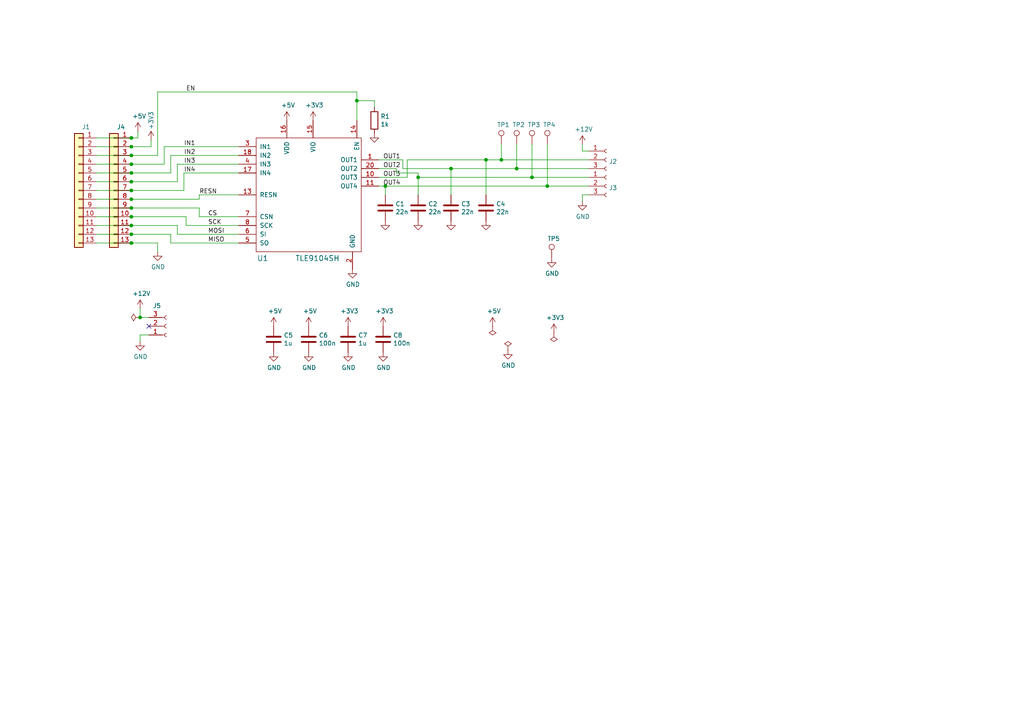
<source format=kicad_sch>
(kicad_sch (version 20230121) (generator eeschema)
  (paper "A4")
  (lib_symbols
    (symbol "Connector:Conn_01x03_Female" (pin_names (offset 1.016) hide)
      (property "Reference" "J" (at 0 5.08 0))
      (property "Value" "Conn_01x03_Female" (at 0 -5.08 0))
      (symbol "Conn_01x03_Female_1_1"
        (arc (start 0 -2.032) (mid -0.5058 -2.54) (end 0 -3.048) (stroke (width 0.1524)))
        (polyline (pts (xy -1.27 -2.54) (xy -0.508 -2.54)) (stroke (width 0.1524)))
        (polyline (pts (xy -1.27 0) (xy -0.508 0)) (stroke (width 0.1524)))
        (polyline (pts (xy -1.27 2.54) (xy -0.508 2.54)) (stroke (width 0.1524)))
        (arc (start 0 0.508) (mid -0.5058 0) (end 0 -0.508) (stroke (width 0.1524)))
        (arc (start 0 3.048) (mid -0.5058 2.54) (end 0 2.032) (stroke (width 0.1524)))
        (pin passive line (at -5.08 2.54 0) (length 3.81) (name "Pin_1") (number "1"))
        (pin passive line (at -5.08 0 0) (length 3.81) (name "Pin_2") (number "2"))
        (pin passive line (at -5.08 -2.54 0) (length 3.81) (name "Pin_3") (number "3"))
      )
    )
    (symbol "Connector:TestPoint" (pin_numbers hide) (pin_names (offset 0.762) hide)
      (property "Reference" "TP" (at 0 6.858 0))
      (property "Value" "TestPoint" (at 0 5.08 0))
      (symbol "TestPoint_0_1"
        (circle (center 0 3.302) (radius 0.762))
      )
      (symbol "TestPoint_1_1"
        (pin passive line (at 0 0 90) (length 2.54) (name "1") (number "1"))
      )
    )
    (symbol "Connector_Generic:Conn_01x13" (pin_names (offset 1.016) hide)
      (property "Reference" "J" (at 0 17.78 0))
      (property "Value" "Conn_01x13" (at 0 -17.78 0))
      (symbol "Conn_01x13_1_1"
        (rectangle (start -1.27 -15.113) (end 0 -15.367) (stroke (width 0.1524)))
        (rectangle (start -1.27 -12.573) (end 0 -12.827) (stroke (width 0.1524)))
        (rectangle (start -1.27 -10.033) (end 0 -10.287) (stroke (width 0.1524)))
        (rectangle (start -1.27 -7.493) (end 0 -7.747) (stroke (width 0.1524)))
        (rectangle (start -1.27 -4.953) (end 0 -5.207) (stroke (width 0.1524)))
        (rectangle (start -1.27 -2.413) (end 0 -2.667) (stroke (width 0.1524)))
        (rectangle (start -1.27 0.127) (end 0 -0.127) (stroke (width 0.1524)))
        (rectangle (start -1.27 2.667) (end 0 2.413) (stroke (width 0.1524)))
        (rectangle (start -1.27 5.207) (end 0 4.953) (stroke (width 0.1524)))
        (rectangle (start -1.27 7.747) (end 0 7.493) (stroke (width 0.1524)))
        (rectangle (start -1.27 10.287) (end 0 10.033) (stroke (width 0.1524)))
        (rectangle (start -1.27 12.827) (end 0 12.573) (stroke (width 0.1524)))
        (rectangle (start -1.27 15.367) (end 0 15.113) (stroke (width 0.1524)))
        (rectangle (start -1.27 16.51) (end 1.27 -16.51) (stroke (width 0.254)) (fill (type background)))
        (pin passive line (at -5.08 15.24 0) (length 3.81) (name "Pin_1") (number "1"))
        (pin passive line (at -5.08 -7.62 0) (length 3.81) (name "Pin_10") (number "10"))
        (pin passive line (at -5.08 -10.16 0) (length 3.81) (name "Pin_11") (number "11"))
        (pin passive line (at -5.08 -12.7 0) (length 3.81) (name "Pin_12") (number "12"))
        (pin passive line (at -5.08 -15.24 0) (length 3.81) (name "Pin_13") (number "13"))
        (pin passive line (at -5.08 12.7 0) (length 3.81) (name "Pin_2") (number "2"))
        (pin passive line (at -5.08 10.16 0) (length 3.81) (name "Pin_3") (number "3"))
        (pin passive line (at -5.08 7.62 0) (length 3.81) (name "Pin_4") (number "4"))
        (pin passive line (at -5.08 5.08 0) (length 3.81) (name "Pin_5") (number "5"))
        (pin passive line (at -5.08 2.54 0) (length 3.81) (name "Pin_6") (number "6"))
        (pin passive line (at -5.08 0 0) (length 3.81) (name "Pin_7") (number "7"))
        (pin passive line (at -5.08 -2.54 0) (length 3.81) (name "Pin_8") (number "8"))
        (pin passive line (at -5.08 -5.08 0) (length 3.81) (name "Pin_9") (number "9"))
      )
    )
    (symbol "Device:C" (pin_numbers hide) (pin_names (offset 0.254))
      (property "Reference" "C" (at 0.635 2.54 0))
      (property "Value" "C" (at 0.635 -2.54 0))
      (symbol "C_0_1"
        (polyline (pts (xy -2.032 -0.762) (xy 2.032 -0.762)) (stroke (width 0.508)))
        (polyline (pts (xy -2.032 0.762) (xy 2.032 0.762)) (stroke (width 0.508)))
      )
      (symbol "C_1_1"
        (pin passive line (at 0 3.81 270) (length 2.794) (name "~") (number "1"))
        (pin passive line (at 0 -3.81 90) (length 2.794) (name "~") (number "2"))
      )
    )
    (symbol "Device:R" (pin_numbers hide) (pin_names (offset 0))
      (property "Reference" "R" (at 2.032 0 90))
      (property "Value" "R" (at 0 0 90))
      (symbol "R_0_1"
        (rectangle (start -1.016 -2.54) (end 1.016 2.54) (stroke (width 0.254)))
      )
      (symbol "R_1_1"
        (pin passive line (at 0 3.81 270) (length 1.27) (name "~") (number "1"))
        (pin passive line (at 0 -3.81 90) (length 1.27) (name "~") (number "2"))
      )
    )
    (symbol "power:+12V" (power) (pin_names (offset 0))
      (property "Value" "+12V" (at 0 3.556 0))
      (symbol "+12V_0_1"
        (polyline (pts (xy -0.762 1.27) (xy 0 2.54)))
        (polyline (pts (xy 0 0) (xy 0 2.54)))
        (polyline (pts (xy 0 2.54) (xy 0.762 1.27)))
      )
      (symbol "+12V_1_1"
        (pin power_in line (at 0 0 90) (length 0) hide (name "+12V") (number "1"))
      )
    )
    (symbol "power:+5V" (power) (pin_names (offset 0))
      (property "Value" "+5V" (at 0 3.556 0))
      (symbol "+5V_0_1"
        (polyline (pts (xy -0.762 1.27) (xy 0 2.54)))
        (polyline (pts (xy 0 0) (xy 0 2.54)))
        (polyline (pts (xy 0 2.54) (xy 0.762 1.27)))
      )
      (symbol "+5V_1_1"
        (pin power_in line (at 0 0 90) (length 0) hide (name "+5V") (number "1"))
      )
    )
    (symbol "power:GND" (power) (pin_names (offset 0))
      (property "Value" "GND" (at 0 -3.81 0))
      (symbol "GND_0_1"
        (polyline (pts (xy 0 0) (xy 0 -1.27) (xy 1.27 -1.27) (xy 0 -2.54) (xy -1.27 -1.27) (xy 0 -1.27)))
      )
      (symbol "GND_1_1"
        (pin power_in line (at 0 0 270) (length 0) hide (name "GND") (number "1"))
      )
    )
    (symbol "power:PWR_FLAG" (power) (pin_numbers hide) (pin_names (offset 0) hide)
      (property "Value" "PWR_FLAG" (at 0 3.81 0))
      (symbol "PWR_FLAG_0_0"
        (pin power_out line (at 0 0 90) (length 0) (name "pwr") (number "1"))
      )
      (symbol "PWR_FLAG_0_1"
        (polyline (pts (xy 0 0) (xy 0 1.27) (xy -1.016 1.905) (xy 0 2.54) (xy 1.016 1.905) (xy 0 1.27)))
      )
    )
    (symbol "tle9104-breakout-rescue:+3.3V-power" (power) (pin_names (offset 0))
      (property "Value" "+3.3V-power" (at 0 3.556 0))
      (symbol "+3.3V-power_0_1"
        (polyline (pts (xy -0.762 1.27) (xy 0 2.54)))
        (polyline (pts (xy 0 0) (xy 0 2.54)))
        (polyline (pts (xy 0 2.54) (xy 0.762 1.27)))
      )
      (symbol "+3.3V-power_1_1"
        (pin power_in line (at 0 0 90) (length 0) hide (name "+3V3") (number "1"))
      )
    )
    (symbol "tle9104-breakout-rescue:TLE9104SH-tle9104" (pin_names (offset 1.016))
      (property "Reference" "U" (at -13.97 17.78 0))
      (property "Value" "TLE9104SH-tle9104" (at -8.89 -17.78 0))
      (symbol "TLE9104SH-tle9104_0_1"
        (rectangle (start -15.24 16.51) (end 15.24 -16.51))
      )
      (symbol "TLE9104SH-tle9104_1_1"
        (pin power_out line (at 20.32 10.16 180) (length 5.08) (name "OUT1") (number "1"))
        (pin power_out line (at 20.32 5.08 180) (length 5.08) (name "OUT3") (number "10"))
        (pin power_out line (at 20.32 2.54 180) (length 5.08) (name "OUT4") (number "11"))
        (pin power_in line (at 12.7 -21.59 90) (length 5.08) hide (name "GND") (number "12"))
        (pin input line (at -20.32 0 0) (length 5.08) (name "RESN") (number "13"))
        (pin input line (at 13.97 21.59 270) (length 5.08) (name "EN") (number "14"))
        (pin power_in line (at 1.27 21.59 270) (length 5.08) (name "VIO") (number "15"))
        (pin power_in line (at -6.35 21.59 270) (length 5.08) (name "VDD") (number "16"))
        (pin input line (at -20.32 6.35 0) (length 5.08) (name "IN4") (number "17"))
        (pin input line (at -20.32 11.43 0) (length 5.08) (name "IN2") (number "18"))
        (pin power_in line (at 12.7 -21.59 90) (length 5.08) hide (name "GND") (number "19"))
        (pin power_in line (at 12.7 -21.59 90) (length 5.08) (name "GND") (number "2"))
        (pin power_out line (at 20.32 7.62 180) (length 5.08) (name "OUT2") (number "20"))
        (pin power_in line (at 12.7 -21.59 90) (length 5.08) hide (name "GND") (number "21"))
        (pin input line (at -20.32 13.97 0) (length 5.08) (name "IN1") (number "3"))
        (pin input line (at -20.32 8.89 0) (length 5.08) (name "IN3") (number "4"))
        (pin output line (at -20.32 -13.97 0) (length 5.08) (name "SO") (number "5"))
        (pin input line (at -20.32 -11.43 0) (length 5.08) (name "SI") (number "6"))
        (pin input line (at -20.32 -6.35 0) (length 5.08) (name "CSN") (number "7"))
        (pin input line (at -20.32 -8.89 0) (length 5.08) (name "SCK") (number "8"))
        (pin power_in line (at 12.7 -21.59 90) (length 5.08) hide (name "GND") (number "9"))
      )
    )
  )
  (junction (at 38.1 57.785))
  (junction (at 38.1 50.165))
  (junction (at 121.285 51.435))
  (junction (at 38.1 47.625))
  (junction (at 145.415 46.355))
  (junction (at 130.81 48.895))
  (junction (at 38.1 55.245))
  (junction (at 154.305 51.435))
  (junction (at 38.1 62.865))
  (junction (at 38.1 52.705))
  (junction (at 38.1 40.005))
  (junction (at 158.75 53.975))
  (junction (at 38.1 70.485))
  (junction (at 103.505 29.21))
  (junction (at 38.1 45.085))
  (junction (at 140.97 46.355))
  (junction (at 149.86 48.895))
  (junction (at 38.1 60.325))
  (junction (at 38.1 67.945))
  (junction (at 38.1 42.545))
  (junction (at 111.76 53.975))
  (junction (at 38.1 65.405))
  (junction (at 40.64 92.075))
  (no_connect (at 43.18 94.615))
  (wire (pts (xy 38.1 47.625) (xy 47.625 47.625)))
  (wire (pts (xy 51.435 67.945) (xy 51.435 65.405)))
  (wire (pts (xy 116.84 46.355) (xy 116.84 48.895)))
  (wire (pts (xy 145.415 46.355) (xy 170.815 46.355)))
  (wire (pts (xy 109.855 53.975) (xy 111.76 53.975)))
  (wire (pts (xy 38.1 55.245) (xy 53.34 55.245)))
  (wire (pts (xy 49.53 45.085) (xy 49.53 50.165)))
  (wire (pts (xy 118.11 46.355) (xy 140.97 46.355)))
  (wire (pts (xy 121.285 50.165) (xy 121.285 51.435)))
  (wire (pts (xy 57.785 56.515) (xy 69.215 56.515)))
  (wire (pts (xy 27.94 42.545) (xy 38.1 42.545)))
  (wire (pts (xy 38.1 57.785) (xy 57.785 57.785)))
  (wire (pts (xy 53.34 50.165) (xy 53.34 55.245)))
  (wire (pts (xy 38.1 52.705) (xy 51.435 52.705)))
  (wire (pts (xy 140.97 46.355) (xy 140.97 56.515)))
  (wire (pts (xy 103.505 29.21) (xy 103.505 34.925)))
  (wire (pts (xy 27.94 67.945) (xy 38.1 67.945)))
  (wire (pts (xy 118.11 51.435) (xy 118.11 46.355)))
  (wire (pts (xy 154.305 51.435) (xy 170.815 51.435)))
  (wire (pts (xy 130.81 56.515) (xy 130.81 48.895)))
  (wire (pts (xy 45.72 26.67) (xy 103.505 26.67)))
  (wire (pts (xy 40.64 92.075) (xy 43.18 92.075)))
  (wire (pts (xy 47.625 47.625) (xy 47.625 42.545)))
  (wire (pts (xy 69.215 62.865) (xy 57.785 62.865)))
  (wire (pts (xy 27.94 52.705) (xy 38.1 52.705)))
  (wire (pts (xy 27.94 57.785) (xy 38.1 57.785)))
  (wire (pts (xy 47.625 42.545) (xy 69.215 42.545)))
  (wire (pts (xy 114.935 48.895) (xy 114.935 50.165)))
  (wire (pts (xy 149.86 48.895) (xy 130.81 48.895)))
  (wire (pts (xy 121.285 51.435) (xy 154.305 51.435)))
  (wire (pts (xy 27.94 47.625) (xy 38.1 47.625)))
  (wire (pts (xy 53.975 65.405) (xy 69.215 65.405)))
  (wire (pts (xy 38.1 70.485) (xy 45.72 70.485)))
  (wire (pts (xy 145.415 41.91) (xy 145.415 46.355)))
  (wire (pts (xy 170.815 48.895) (xy 149.86 48.895)))
  (wire (pts (xy 51.435 52.705) (xy 51.435 47.625)))
  (wire (pts (xy 43.18 97.155) (xy 40.64 97.155)))
  (wire (pts (xy 38.1 67.945) (xy 49.53 67.945)))
  (wire (pts (xy 40.64 89.535) (xy 40.64 92.075)))
  (wire (pts (xy 168.91 41.91) (xy 168.91 43.815)))
  (wire (pts (xy 40.005 40.005) (xy 38.1 40.005)))
  (wire (pts (xy 40.64 97.155) (xy 40.64 99.06)))
  (wire (pts (xy 103.505 26.67) (xy 103.505 29.21)))
  (wire (pts (xy 69.215 45.085) (xy 49.53 45.085)))
  (wire (pts (xy 158.75 41.91) (xy 158.75 53.975)))
  (wire (pts (xy 114.935 50.165) (xy 121.285 50.165)))
  (wire (pts (xy 170.815 53.975) (xy 158.75 53.975)))
  (wire (pts (xy 109.855 46.355) (xy 116.84 46.355)))
  (wire (pts (xy 38.1 40.005) (xy 27.94 40.005)))
  (wire (pts (xy 38.1 42.545) (xy 43.815 42.545)))
  (wire (pts (xy 111.76 56.515) (xy 111.76 53.975)))
  (wire (pts (xy 108.585 29.21) (xy 103.505 29.21)))
  (wire (pts (xy 40.005 38.1) (xy 40.005 40.005)))
  (wire (pts (xy 27.94 45.085) (xy 38.1 45.085)))
  (wire (pts (xy 38.1 60.325) (xy 57.785 60.325)))
  (wire (pts (xy 27.94 65.405) (xy 38.1 65.405)))
  (wire (pts (xy 27.94 50.165) (xy 38.1 50.165)))
  (wire (pts (xy 38.1 65.405) (xy 51.435 65.405)))
  (wire (pts (xy 45.72 45.085) (xy 45.72 26.67)))
  (wire (pts (xy 69.215 67.945) (xy 51.435 67.945)))
  (wire (pts (xy 154.305 51.435) (xy 154.305 41.91)))
  (wire (pts (xy 51.435 47.625) (xy 69.215 47.625)))
  (wire (pts (xy 27.94 60.325) (xy 38.1 60.325)))
  (wire (pts (xy 53.975 62.865) (xy 53.975 65.405)))
  (wire (pts (xy 108.585 31.115) (xy 108.585 29.21)))
  (wire (pts (xy 168.91 56.515) (xy 170.815 56.515)))
  (wire (pts (xy 121.285 51.435) (xy 121.285 56.515)))
  (wire (pts (xy 38.1 50.165) (xy 49.53 50.165)))
  (wire (pts (xy 57.785 62.865) (xy 57.785 60.325)))
  (wire (pts (xy 149.86 41.91) (xy 149.86 48.895)))
  (wire (pts (xy 109.855 48.895) (xy 114.935 48.895)))
  (wire (pts (xy 57.785 57.785) (xy 57.785 56.515)))
  (wire (pts (xy 49.53 70.485) (xy 69.215 70.485)))
  (wire (pts (xy 116.84 48.895) (xy 130.81 48.895)))
  (wire (pts (xy 69.215 50.165) (xy 53.34 50.165)))
  (wire (pts (xy 43.815 42.545) (xy 43.815 40.64)))
  (wire (pts (xy 27.94 55.245) (xy 38.1 55.245)))
  (wire (pts (xy 27.94 70.485) (xy 38.1 70.485)))
  (wire (pts (xy 27.94 62.865) (xy 38.1 62.865)))
  (wire (pts (xy 168.91 43.815) (xy 170.815 43.815)))
  (wire (pts (xy 140.97 46.355) (xy 145.415 46.355)))
  (wire (pts (xy 158.75 53.975) (xy 111.76 53.975)))
  (wire (pts (xy 45.72 73.025) (xy 45.72 70.485)))
  (wire (pts (xy 109.855 51.435) (xy 118.11 51.435)))
  (wire (pts (xy 49.53 67.945) (xy 49.53 70.485)))
  (wire (pts (xy 38.1 45.085) (xy 45.72 45.085)))
  (wire (pts (xy 38.1 62.865) (xy 53.975 62.865)))
  (wire (pts (xy 168.91 58.42) (xy 168.91 56.515)))
  (label "IN3" (at 53.34 47.625 0))
  (label "CS" (at 60.325 62.865 0))
  (label "IN2" (at 53.34 45.085 0))
  (label "SCK" (at 60.325 65.405 0))
  (label "EN" (at 53.975 26.67 0))
  (label "RESN" (at 57.785 56.515 0))
  (label "IN1" (at 53.34 42.545 0))
  (label "IN4" (at 53.34 50.165 0))
  (label "OUT4" (at 111.125 53.975 0))
  (label "OUT3" (at 111.125 51.435 0))
  (label "OUT2" (at 111.125 48.895 0))
  (label "MOSI" (at 60.325 67.945 0))
  (label "OUT1" (at 111.125 46.355 0))
  (label "MISO" (at 60.325 70.485 0))
  (symbol (lib_id "tle9104-breakout-rescue:TLE9104SH-tle9104") (at 89.535 56.515 0) (unit 1)
    (property "Reference" "U1" (at 76.2 74.93 0) (effects (font (size 1.524 1.524))))
    (property "Value" "TLE9104SH" (at 92.075 74.93 0) (effects (font (size 1.524 1.524))))
    (property "Footprint" "rusefi:PG-DSO-20-88" (effects hide))
  )
  (symbol (lib_id "power:GND") (at 102.235 78.105 0) (unit 1)
    (property "Reference" "#PWR0101" (effects hide))
    (property "Value" "GND" (at 102.362 82.4992 0))
  )
  (symbol (lib_id "Connector:Conn_01x03_Female") (at 175.895 46.355 0) (unit 1)
    (property "Reference" "J2" (at 176.6062 46.863 0) (effects (justify left)))
    (property "Value" "Conn_01x03_Female" (effects hide))
    (property "Footprint" "Connector_Phoenix_MC_HighVoltage:PhoenixContact_MCV_1,5_3-G-5.08_1x03_P5.08mm_Vertical" (effects hide))
  )
  (symbol (lib_id "Connector:Conn_01x03_Female") (at 175.895 53.975 0) (unit 1)
    (property "Reference" "J3" (at 176.6062 54.483 0) (effects (justify left)))
    (property "Value" "Conn_01x03_Female" (effects hide))
    (property "Footprint" "Connector_Phoenix_MC_HighVoltage:PhoenixContact_MCV_1,5_3-G-5.08_1x03_P5.08mm_Vertical" (effects hide))
  )
  (symbol (lib_id "power:+12V") (at 168.91 41.91 0) (unit 1)
    (property "Reference" "#PWR0107" (effects hide))
    (property "Value" "+12V" (at 169.291 37.5158 0))
  )
  (symbol (lib_id "power:GND") (at 40.64 99.06 0) (unit 1)
    (property "Reference" "#PWR0106" (effects hide))
    (property "Value" "GND" (at 40.767 103.4542 0))
  )
  (symbol (lib_id "Device:C") (at 111.76 60.325 0) (unit 1)
    (property "Reference" "C1" (at 114.681 59.1566 0) (effects (justify left)))
    (property "Value" "22n" (at 114.681 61.468 0) (effects (justify left)))
    (property "Footprint" "Capacitor_SMD:C_0603_1608Metric" (effects hide))
  )
  (symbol (lib_id "power:GND") (at 111.76 64.135 0) (unit 1)
    (property "Reference" "#PWR0102" (effects hide))
    (property "Value" "GND" (effects hide))
  )
  (symbol (lib_id "Device:C") (at 121.285 60.325 0) (unit 1)
    (property "Reference" "C2" (at 124.206 59.1566 0) (effects (justify left)))
    (property "Value" "22n" (at 124.206 61.468 0) (effects (justify left)))
    (property "Footprint" "Capacitor_SMD:C_0603_1608Metric" (effects hide))
  )
  (symbol (lib_id "power:GND") (at 121.285 64.135 0) (unit 1)
    (property "Reference" "#PWR0103" (effects hide))
    (property "Value" "GND" (effects hide))
  )
  (symbol (lib_id "Device:C") (at 130.81 60.325 0) (unit 1)
    (property "Reference" "C3" (at 133.731 59.1566 0) (effects (justify left)))
    (property "Value" "22n" (at 133.731 61.468 0) (effects (justify left)))
    (property "Footprint" "Capacitor_SMD:C_0603_1608Metric" (effects hide))
  )
  (symbol (lib_id "power:GND") (at 130.81 64.135 0) (unit 1)
    (property "Reference" "#PWR0104" (effects hide))
    (property "Value" "GND" (effects hide))
  )
  (symbol (lib_id "Device:C") (at 140.97 60.325 0) (unit 1)
    (property "Reference" "C4" (at 143.891 59.1566 0) (effects (justify left)))
    (property "Value" "22n" (at 143.891 61.468 0) (effects (justify left)))
    (property "Footprint" "Capacitor_SMD:C_0603_1608Metric" (effects hide))
  )
  (symbol (lib_id "power:GND") (at 140.97 64.135 0) (unit 1)
    (property "Reference" "#PWR0105" (effects hide))
    (property "Value" "GND" (effects hide))
  )
  (symbol (lib_id "tle9104-breakout-rescue:+3.3V-power") (at 90.805 34.925 0) (unit 1)
    (property "Reference" "#PWR0108" (effects hide))
    (property "Value" "+3.3V" (at 91.186 30.5308 0))
  )
  (symbol (lib_id "power:+5V") (at 83.185 34.925 0) (unit 1)
    (property "Reference" "#PWR0109" (effects hide))
    (property "Value" "+5V" (at 83.566 30.5308 0))
  )
  (symbol (lib_id "Device:R") (at 108.585 34.925 0) (unit 1)
    (property "Reference" "R1" (at 110.363 33.7566 0) (effects (justify left)))
    (property "Value" "1k" (at 110.363 36.068 0) (effects (justify left)))
    (property "Footprint" "Resistor_SMD:R_0603_1608Metric" (effects hide))
  )
  (symbol (lib_id "power:GND") (at 108.585 38.735 0) (unit 1)
    (property "Reference" "#PWR0110" (effects hide))
    (property "Value" "GND" (effects hide))
  )
  (symbol (lib_id "Connector:TestPoint") (at 145.415 41.91 0) (unit 1)
    (property "Reference" "TP1" (at 144.145 36.195 0) (effects (justify left)))
    (property "Value" "TestPoint" (effects hide))
    (property "Footprint" "TestPoint:TestPoint_Loop_D2.50mm_Drill1.0mm" (effects hide))
  )
  (symbol (lib_id "Connector:TestPoint") (at 149.86 41.91 0) (unit 1)
    (property "Reference" "TP2" (at 148.59 36.195 0) (effects (justify left)))
    (property "Value" "TestPoint" (effects hide))
    (property "Footprint" "TestPoint:TestPoint_Loop_D2.50mm_Drill1.0mm" (effects hide))
  )
  (symbol (lib_id "Connector:TestPoint") (at 154.305 41.91 0) (unit 1)
    (property "Reference" "TP3" (at 153.035 36.195 0) (effects (justify left)))
    (property "Value" "TestPoint" (effects hide))
    (property "Footprint" "TestPoint:TestPoint_Loop_D2.50mm_Drill1.0mm" (effects hide))
  )
  (symbol (lib_id "Connector:TestPoint") (at 158.75 41.91 0) (unit 1)
    (property "Reference" "TP4" (at 157.48 36.195 0) (effects (justify left)))
    (property "Value" "TestPoint" (effects hide))
    (property "Footprint" "TestPoint:TestPoint_Loop_D2.50mm_Drill1.0mm" (effects hide))
  )
  (symbol (lib_id "Connector:Conn_01x03_Female") (at 48.26 94.615 0) (mirror x) (unit 1)
    (property "Reference" "J5" (at 45.5168 88.6968 0))
    (property "Value" "Conn_01x03_Female" (effects hide))
    (property "Footprint" "Connector_Phoenix_MSTB:PhoenixContact_MSTBVA_2,5_3-G_1x03_P5.00mm_Vertical" (effects hide))
  )
  (symbol (lib_id "power:+12V") (at 40.64 89.535 0) (unit 1)
    (property "Reference" "#PWR0111" (effects hide))
    (property "Value" "+12V" (at 41.021 85.1408 0))
  )
  (symbol (lib_id "power:+5V") (at 89.535 94.615 0) (unit 1)
    (property "Reference" "#PWR0112" (effects hide))
    (property "Value" "+5V" (at 89.916 90.2208 0))
  )
  (symbol (lib_id "power:GND") (at 89.535 102.235 0) (unit 1)
    (property "Reference" "#PWR0113" (effects hide))
    (property "Value" "GND" (at 89.662 106.6292 0))
  )
  (symbol (lib_id "Device:C") (at 89.535 98.425 0) (unit 1)
    (property "Reference" "C6" (at 92.456 97.2566 0) (effects (justify left)))
    (property "Value" "100n" (at 92.456 99.568 0) (effects (justify left)))
    (property "Footprint" "Capacitor_SMD:C_0402_1005Metric" (effects hide))
  )
  (symbol (lib_id "power:+5V") (at 79.375 94.615 0) (unit 1)
    (property "Reference" "#PWR0114" (effects hide))
    (property "Value" "+5V" (at 79.756 90.2208 0))
  )
  (symbol (lib_id "power:GND") (at 79.375 102.235 0) (unit 1)
    (property "Reference" "#PWR0115" (effects hide))
    (property "Value" "GND" (at 79.502 106.6292 0))
  )
  (symbol (lib_id "Device:C") (at 79.375 98.425 0) (unit 1)
    (property "Reference" "C5" (at 82.296 97.2566 0) (effects (justify left)))
    (property "Value" "1u" (at 82.296 99.568 0) (effects (justify left)))
    (property "Footprint" "Capacitor_SMD:C_0603_1608Metric" (effects hide))
  )
  (symbol (lib_id "power:GND") (at 111.125 102.235 0) (unit 1)
    (property "Reference" "#PWR0116" (effects hide))
    (property "Value" "GND" (at 111.252 106.6292 0))
  )
  (symbol (lib_id "Device:C") (at 111.125 98.425 0) (unit 1)
    (property "Reference" "C8" (at 114.046 97.2566 0) (effects (justify left)))
    (property "Value" "100n" (at 114.046 99.568 0) (effects (justify left)))
    (property "Footprint" "Capacitor_SMD:C_0402_1005Metric" (effects hide))
  )
  (symbol (lib_id "power:GND") (at 100.965 102.235 0) (unit 1)
    (property "Reference" "#PWR0117" (effects hide))
    (property "Value" "GND" (at 101.092 106.6292 0))
  )
  (symbol (lib_id "Device:C") (at 100.965 98.425 0) (unit 1)
    (property "Reference" "C7" (at 103.886 97.2566 0) (effects (justify left)))
    (property "Value" "1u" (at 103.886 99.568 0) (effects (justify left)))
    (property "Footprint" "Capacitor_SMD:C_0603_1608Metric" (effects hide))
  )
  (symbol (lib_id "tle9104-breakout-rescue:+3.3V-power") (at 100.965 94.615 0) (unit 1)
    (property "Reference" "#PWR0118" (effects hide))
    (property "Value" "+3.3V" (at 101.346 90.2208 0))
  )
  (symbol (lib_id "tle9104-breakout-rescue:+3.3V-power") (at 111.125 94.615 0) (unit 1)
    (property "Reference" "#PWR0119" (effects hide))
    (property "Value" "+3.3V" (at 111.506 90.2208 0))
  )
  (symbol (lib_id "power:GND") (at 168.91 58.42 0) (unit 1)
    (property "Reference" "#PWR0120" (effects hide))
    (property "Value" "GND" (at 169.037 62.8142 0))
  )
  (symbol (lib_id "power:GND") (at 147.32 101.6 0) (unit 1)
    (property "Reference" "#PWR0121" (effects hide))
    (property "Value" "GND" (at 147.447 105.9942 0))
  )
  (symbol (lib_id "tle9104-breakout-rescue:+3.3V-power") (at 160.655 96.52 0) (unit 1)
    (property "Reference" "#PWR0122" (effects hide))
    (property "Value" "+3.3V" (at 161.036 92.1258 0))
  )
  (symbol (lib_id "power:+5V") (at 142.875 94.615 0) (unit 1)
    (property "Reference" "#PWR0123" (effects hide))
    (property "Value" "+5V" (at 143.256 90.2208 0))
  )
  (symbol (lib_id "power:PWR_FLAG") (at 147.32 101.6 0) (unit 1)
    (property "Reference" "#FLG0101" (effects hide))
    (property "Value" "PWR_FLAG" (effects hide))
  )
  (symbol (lib_id "power:PWR_FLAG") (at 142.875 94.615 180) (unit 1)
    (property "Reference" "#FLG0102" (effects hide))
    (property "Value" "PWR_FLAG" (effects hide))
  )
  (symbol (lib_id "power:PWR_FLAG") (at 160.655 96.52 180) (unit 1)
    (property "Reference" "#FLG0103" (effects hide))
    (property "Value" "PWR_FLAG" (effects hide))
  )
  (symbol (lib_id "power:GND") (at 45.72 73.025 0) (unit 1)
    (property "Reference" "#PWR0124" (effects hide))
    (property "Value" "GND" (at 45.847 77.4192 0))
  )
  (symbol (lib_id "Connector_Generic:Conn_01x13") (at 22.86 55.245 0) (mirror y) (unit 1)
    (property "Reference" "J1" (at 24.9428 36.83 0))
    (property "Value" "Conn_01x13" (effects hide))
    (property "Footprint" "Connector_PinHeader_2.54mm:PinHeader_1x13_P2.54mm_Vertical" (effects hide))
  )
  (symbol (lib_id "Connector_Generic:Conn_01x13") (at 33.02 55.245 0) (mirror y) (unit 1)
    (property "Reference" "J4" (at 35.1028 36.83 0))
    (property "Value" "Conn_01x13" (effects hide))
    (property "Footprint" "Connector_PinHeader_2.54mm:PinHeader_1x13_P2.54mm_Vertical" (effects hide))
  )
  (symbol (lib_id "power:+5V") (at 40.005 38.1 0) (unit 1)
    (property "Reference" "#PWR0125" (effects hide))
    (property "Value" "+5V" (at 40.386 33.7058 0))
  )
  (symbol (lib_id "tle9104-breakout-rescue:+3.3V-power") (at 43.815 40.64 0) (unit 1)
    (property "Reference" "#PWR0126" (effects hide))
    (property "Value" "+3.3V" (at 43.815 34.925 90))
  )
  (symbol (lib_id "power:GND") (at 160.02 74.93 0) (unit 1)
    (property "Reference" "#PWR0127" (effects hide))
    (property "Value" "GND" (at 160.147 79.3242 0))
  )
  (symbol (lib_id "Connector:TestPoint") (at 160.02 74.93 0) (unit 1)
    (property "Reference" "TP5" (at 158.75 69.215 0) (effects (justify left)))
    (property "Value" "TestPoint" (effects hide))
    (property "Footprint" "TestPoint:TestPoint_Loop_D2.50mm_Drill1.0mm" (effects hide))
  )
  (symbol (lib_id "power:PWR_FLAG") (at 40.64 92.075 90) (unit 1)
    (property "Reference" "#FLG0104" (effects hide))
    (property "Value" "PWR_FLAG" (effects hide))
  )
)
</source>
